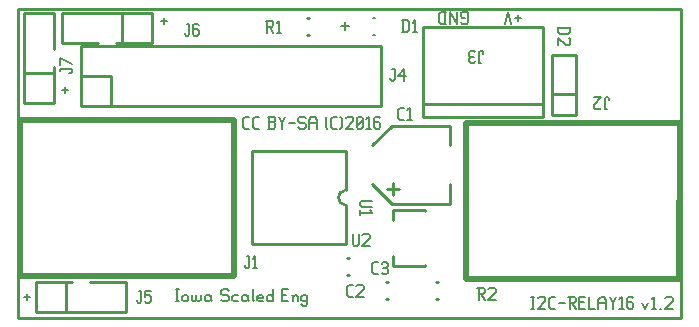
<source format=gbr>
G04 start of page 8 for group -4079 idx -4079 *
G04 Title: (unknown), topsilk *
G04 Creator: pcb 20140316 *
G04 CreationDate: Tue 10 May 2016 09:41:56 AM GMT UTC *
G04 For: ndholmes *
G04 Format: Gerber/RS-274X *
G04 PCB-Dimensions (mil): 2220.00 1040.00 *
G04 PCB-Coordinate-Origin: lower left *
%MOIN*%
%FSLAX25Y25*%
%LNTOPSILK*%
%ADD77C,0.0200*%
%ADD76C,0.0080*%
%ADD75C,0.0100*%
G54D75*X500Y500D02*X221500D01*
Y103500D02*Y500D01*
X500D02*Y103500D01*
X221500D02*X500D01*
G54D76*X166000Y100500D02*X168000D01*
X167000Y101500D02*Y99500D01*
X164800Y98500D02*X163800Y102500D01*
X162800Y98500D01*
X148500D02*X148000Y99000D01*
X148500Y98500D02*X150000D01*
X150500Y99000D02*X150000Y98500D01*
X150500Y102000D02*Y99000D01*
Y102000D02*X150000Y102500D01*
X148500D02*X150000D01*
X148500D02*X148000Y102000D01*
Y101000D01*
X148500Y100500D02*X148000Y101000D01*
X148500Y100500D02*X149500D01*
X146800Y102500D02*Y98500D01*
X144300Y102500D01*
Y98500D01*
X142600Y102500D02*Y98500D01*
X141300D02*X140600Y99200D01*
Y101800D02*Y99200D01*
X141300Y102500D02*X140600Y101800D01*
X141300Y102500D02*X143100D01*
X141300Y98500D02*X143100D01*
X171500Y7500D02*X172500D01*
X172000D02*Y3500D01*
X171500D02*X172500D01*
X173700Y7000D02*X174200Y7500D01*
X175700D01*
X176200Y7000D01*
Y6000D01*
X173700Y3500D02*X176200Y6000D01*
X173700Y3500D02*X176200D01*
X178100D02*X179400D01*
X177400Y4200D02*X178100Y3500D01*
X177400Y6800D02*Y4200D01*
Y6800D02*X178100Y7500D01*
X179400D01*
X180600Y5500D02*X182600D01*
X183800Y7500D02*X185800D01*
X186300Y7000D01*
Y6000D01*
X185800Y5500D02*X186300Y6000D01*
X184300Y5500D02*X185800D01*
X184300Y7500D02*Y3500D01*
X185100Y5500D02*X186300Y3500D01*
X187500Y5700D02*X189000D01*
X187500Y3500D02*X189500D01*
X187500Y7500D02*Y3500D01*
Y7500D02*X189500D01*
X190700D02*Y3500D01*
X192700D01*
X193900Y6500D02*Y3500D01*
Y6500D02*X194600Y7500D01*
X195700D01*
X196400Y6500D01*
Y3500D01*
X193900Y5500D02*X196400D01*
X197600Y7500D02*X198600Y5500D01*
X199600Y7500D01*
X198600Y5500D02*Y3500D01*
X200800Y6700D02*X201600Y7500D01*
Y3500D01*
X200800D02*X202300D01*
X205000Y7500D02*X205500Y7000D01*
X204000Y7500D02*X205000D01*
X203500Y7000D02*X204000Y7500D01*
X203500Y7000D02*Y4000D01*
X204000Y3500D01*
X205000Y5700D02*X205500Y5200D01*
X203500Y5700D02*X205000D01*
X204000Y3500D02*X205000D01*
X205500Y4000D01*
Y5200D02*Y4000D01*
X208500Y5500D02*X209500Y3500D01*
X210500Y5500D02*X209500Y3500D01*
X211700Y6700D02*X212500Y7500D01*
Y3500D01*
X211700D02*X213200D01*
X214400D02*X214900D01*
X216100Y7000D02*X216600Y7500D01*
X218100D01*
X218600Y7000D01*
Y6000D01*
X216100Y3500D02*X218600Y6000D01*
X216100Y3500D02*X218600D01*
X48000Y99500D02*X50000D01*
X49000Y100500D02*Y98500D01*
X15000Y76500D02*X17000D01*
X16000Y77500D02*Y75500D01*
X2500Y7500D02*X4500D01*
X3500Y8500D02*Y6500D01*
X53000Y10000D02*X54000D01*
X53500D02*Y6000D01*
X53000D02*X54000D01*
X55200Y7500D02*Y6500D01*
Y7500D02*X55700Y8000D01*
X56700D01*
X57200Y7500D01*
Y6500D01*
X56700Y6000D02*X57200Y6500D01*
X55700Y6000D02*X56700D01*
X55200Y6500D02*X55700Y6000D01*
X58400Y8000D02*Y6500D01*
X58900Y6000D01*
X59400D01*
X59900Y6500D01*
Y8000D02*Y6500D01*
X60400Y6000D01*
X60900D01*
X61400Y6500D01*
Y8000D02*Y6500D01*
X64100Y8000D02*X64600Y7500D01*
X63100Y8000D02*X64100D01*
X62600Y7500D02*X63100Y8000D01*
X62600Y7500D02*Y6500D01*
X63100Y6000D01*
X64600Y8000D02*Y6500D01*
X65100Y6000D01*
X63100D02*X64100D01*
X64600Y6500D01*
X70100Y10000D02*X70600Y9500D01*
X68600Y10000D02*X70100D01*
X68100Y9500D02*X68600Y10000D01*
X68100Y9500D02*Y8500D01*
X68600Y8000D01*
X70100D01*
X70600Y7500D01*
Y6500D01*
X70100Y6000D02*X70600Y6500D01*
X68600Y6000D02*X70100D01*
X68100Y6500D02*X68600Y6000D01*
X72300Y8000D02*X73800D01*
X71800Y7500D02*X72300Y8000D01*
X71800Y7500D02*Y6500D01*
X72300Y6000D01*
X73800D01*
X76500Y8000D02*X77000Y7500D01*
X75500Y8000D02*X76500D01*
X75000Y7500D02*X75500Y8000D01*
X75000Y7500D02*Y6500D01*
X75500Y6000D01*
X77000Y8000D02*Y6500D01*
X77500Y6000D01*
X75500D02*X76500D01*
X77000Y6500D01*
X78700Y10000D02*Y6500D01*
X79200Y6000D01*
X80700D02*X82200D01*
X80200Y6500D02*X80700Y6000D01*
X80200Y7500D02*Y6500D01*
Y7500D02*X80700Y8000D01*
X81700D01*
X82200Y7500D01*
X80200Y7000D02*X82200D01*
Y7500D02*Y7000D01*
X85400Y10000D02*Y6000D01*
X84900D02*X85400Y6500D01*
X83900Y6000D02*X84900D01*
X83400Y6500D02*X83900Y6000D01*
X83400Y7500D02*Y6500D01*
Y7500D02*X83900Y8000D01*
X84900D01*
X85400Y7500D01*
X88400Y8200D02*X89900D01*
X88400Y6000D02*X90400D01*
X88400Y10000D02*Y6000D01*
Y10000D02*X90400D01*
X92100Y7500D02*Y6000D01*
Y7500D02*X92600Y8000D01*
X93100D01*
X93600Y7500D01*
Y6000D01*
X91600Y8000D02*X92100Y7500D01*
X96300Y8000D02*X96800Y7500D01*
X95300Y8000D02*X96300D01*
X94800Y7500D02*X95300Y8000D01*
X94800Y7500D02*Y6500D01*
X95300Y6000D01*
X96300D01*
X96800Y6500D01*
X94800Y5000D02*X95300Y4500D01*
X96300D01*
X96800Y5000D01*
Y8000D02*Y5000D01*
X76200Y63500D02*X77500D01*
X75500Y64200D02*X76200Y63500D01*
X75500Y66800D02*Y64200D01*
Y66800D02*X76200Y67500D01*
X77500D01*
X79400Y63500D02*X80700D01*
X78700Y64200D02*X79400Y63500D01*
X78700Y66800D02*Y64200D01*
Y66800D02*X79400Y67500D01*
X80700D01*
X83700Y63500D02*X85700D01*
X86200Y64000D01*
Y65200D02*Y64000D01*
X85700Y65700D02*X86200Y65200D01*
X84200Y65700D02*X85700D01*
X84200Y67500D02*Y63500D01*
X83700Y67500D02*X85700D01*
X86200Y67000D01*
Y66200D01*
X85700Y65700D02*X86200Y66200D01*
X87400Y67500D02*X88400Y65500D01*
X89400Y67500D01*
X88400Y65500D02*Y63500D01*
X90600Y65500D02*X92600D01*
X95800Y67500D02*X96300Y67000D01*
X94300Y67500D02*X95800D01*
X93800Y67000D02*X94300Y67500D01*
X93800Y67000D02*Y66000D01*
X94300Y65500D01*
X95800D01*
X96300Y65000D01*
Y64000D01*
X95800Y63500D02*X96300Y64000D01*
X94300Y63500D02*X95800D01*
X93800Y64000D02*X94300Y63500D01*
X97500Y66500D02*Y63500D01*
Y66500D02*X98200Y67500D01*
X99300D01*
X100000Y66500D01*
Y63500D01*
X97500Y65500D02*X100000D01*
X103000Y64000D02*X103500Y63500D01*
X103000Y67000D02*X103500Y67500D01*
X103000Y67000D02*Y64000D01*
X105400Y63500D02*X106700D01*
X104700Y64200D02*X105400Y63500D01*
X104700Y66800D02*Y64200D01*
Y66800D02*X105400Y67500D01*
X106700D01*
X107900D02*X108400Y67000D01*
Y64000D01*
X107900Y63500D02*X108400Y64000D01*
X109600Y67000D02*X110100Y67500D01*
X111600D01*
X112100Y67000D01*
Y66000D01*
X109600Y63500D02*X112100Y66000D01*
X109600Y63500D02*X112100D01*
X113300Y64000D02*X113800Y63500D01*
X113300Y67000D02*Y64000D01*
Y67000D02*X113800Y67500D01*
X114800D01*
X115300Y67000D01*
Y64000D01*
X114800Y63500D02*X115300Y64000D01*
X113800Y63500D02*X114800D01*
X113300Y64500D02*X115300Y66500D01*
X116500Y66700D02*X117300Y67500D01*
Y63500D01*
X116500D02*X118000D01*
X120700Y67500D02*X121200Y67000D01*
X119700Y67500D02*X120700D01*
X119200Y67000D02*X119700Y67500D01*
X119200Y67000D02*Y64000D01*
X119700Y63500D01*
X120700Y65700D02*X121200Y65200D01*
X119200Y65700D02*X120700D01*
X119700Y63500D02*X120700D01*
X121200Y64000D01*
Y65200D02*Y64000D01*
X108000Y97680D02*X110880D01*
X109440Y99120D02*Y96240D01*
G54D77*X1000Y14500D02*X72300D01*
X1000Y66500D02*X72300D01*
Y14500D01*
X1000Y66500D02*X980Y14500D01*
G54D75*X15000Y102000D02*X45000D01*
X15000D02*Y92000D01*
X45000Y102000D02*Y92000D01*
X35000Y102000D02*Y92000D01*
X33000D02*X45000D01*
X15000D02*X27000D01*
X2500Y102000D02*Y72000D01*
Y102000D02*X12500D01*
X2500Y72000D02*X12500D01*
X2500Y82000D02*X12500D01*
Y84000D02*Y72000D01*
Y102000D02*Y90000D01*
X6500Y2500D02*X36500D01*
Y12500D02*Y2500D01*
X6500Y12500D02*Y2500D01*
X16500Y12500D02*Y2500D01*
X6500Y12500D02*X18500D01*
X24500D02*X36500D01*
X21500Y71000D02*X121500D01*
Y91000D02*Y71000D01*
X21500Y91000D02*X121500D01*
X21500D02*Y71000D01*
X31500Y81000D02*Y71000D01*
X21500Y81000D02*X31500D01*
X135500Y97300D02*X175500D01*
X135500Y67300D02*X175500D01*
X135500Y71700D02*X175500D01*
Y97300D02*Y67300D01*
X135500Y97300D02*Y67300D01*
X144492Y38508D02*Y45004D01*
Y64492D02*Y57996D01*
X125004Y64492D02*X144492D01*
X125004Y38508D02*X144492D01*
X125004Y64492D02*X118508Y57996D01*
X125004Y38508D02*X118508Y45004D01*
X125500Y45500D02*Y41500D01*
X127500Y43500D02*X123500D01*
X125355Y17750D02*X135985D01*
X125355Y36250D02*X135985D01*
X125355Y21000D02*Y17750D01*
Y36250D02*Y33000D01*
X135985Y17929D02*Y17750D01*
Y36250D02*Y36071D01*
X78276Y56066D02*X109724D01*
X78276D02*Y24934D01*
X109724D01*
Y56066D02*Y43000D01*
Y38000D02*Y24934D01*
Y43000D02*G75*G03X109724Y38000I0J-2500D01*G01*
G54D77*X149625Y65500D02*X220925D01*
X149625Y13500D02*X220925D01*
X149625Y65500D02*Y13500D01*
X220925D02*X220945Y65500D01*
G54D75*X186500Y87900D02*Y68200D01*
X178500Y87900D02*Y68200D01*
X186500D01*
X178500Y87900D02*X186500D01*
X178500Y75000D02*X186500D01*
X96607Y100255D02*X97393D01*
X96607Y94745D02*X97393D01*
G54D76*X118607D02*X119393D01*
X118607Y100255D02*X119393D01*
G54D75*X110107Y20255D02*X110893D01*
X110107Y14745D02*X110893D01*
X123107Y6745D02*X123893D01*
X123107Y12255D02*X123893D01*
X139607Y6745D02*X140393D01*
X139607Y12255D02*X140393D01*
G54D76*X125200Y83500D02*X126000D01*
Y80000D01*
X125500Y79500D02*X126000Y80000D01*
X125000Y79500D02*X125500D01*
X124500Y80000D02*X125000Y79500D01*
X124500Y80500D02*Y80000D01*
X127200Y81000D02*X129200Y83500D01*
X127200Y81000D02*X129700D01*
X129200Y83500D02*Y79500D01*
X127700Y66500D02*X129000D01*
X127000Y67200D02*X127700Y66500D01*
X127000Y69800D02*Y67200D01*
Y69800D02*X127700Y70500D01*
X129000D01*
X130200Y69700D02*X131000Y70500D01*
Y66500D01*
X130200D02*X131700D01*
X112000Y28500D02*Y25000D01*
X112500Y24500D01*
X113500D01*
X114000Y25000D01*
Y28500D02*Y25000D01*
X115200Y28000D02*X115700Y28500D01*
X117200D01*
X117700Y28000D01*
Y27000D01*
X115200Y24500D02*X117700Y27000D01*
X115200Y24500D02*X117700D01*
X115000Y39500D02*X118500D01*
X115000D02*X114500Y39000D01*
Y38000D01*
X115000Y37500D01*
X118500D01*
X117700Y36300D02*X118500Y35500D01*
X114500D02*X118500D01*
X114500Y36300D02*Y34800D01*
X128850Y99650D02*Y95650D01*
X130150Y99650D02*X130850Y98950D01*
Y96350D01*
X130150Y95650D02*X130850Y96350D01*
X128350Y95650D02*X130150D01*
X128350Y99650D02*X130150D01*
X132050Y98850D02*X132850Y99650D01*
Y95650D01*
X132050D02*X133550D01*
X196000Y70000D02*X196800D01*
X196000Y73500D02*Y70000D01*
X196500Y74000D02*X196000Y73500D01*
X196500Y74000D02*X197000D01*
X197500Y73500D02*X197000Y74000D01*
X197500Y73500D02*Y73000D01*
X194800Y70500D02*X194300Y70000D01*
X192800D02*X194300D01*
X192800D02*X192300Y70500D01*
Y71500D02*Y70500D01*
X194800Y74000D02*X192300Y71500D01*
Y74000D02*X194800D01*
X180500Y97000D02*X184500D01*
Y95700D02*X183800Y95000D01*
X181200D02*X183800D01*
X180500Y95700D02*X181200Y95000D01*
X180500Y97500D02*Y95700D01*
X184500Y97500D02*Y95700D01*
X184000Y93800D02*X184500Y93300D01*
Y91800D01*
X184000Y91300D01*
X183000D02*X184000D01*
X180500Y93800D02*X183000Y91300D01*
X180500Y93800D02*Y91300D01*
X154000Y85500D02*X154800D01*
X154000Y89000D02*Y85500D01*
X154500Y89500D02*X154000Y89000D01*
X154500Y89500D02*X155000D01*
X155500Y89000D02*X155000Y89500D01*
X155500Y89000D02*Y88500D01*
X152800Y86000D02*X152300Y85500D01*
X151300D02*X152300D01*
X151300D02*X150800Y86000D01*
X151300Y89500D02*X150800Y89000D01*
X151300Y89500D02*X152300D01*
X152800Y89000D02*X152300Y89500D01*
X151300Y87300D02*X152300D01*
X150800Y86800D02*Y86000D01*
Y89000D02*Y87800D01*
X151300Y87300D01*
X150800Y86800D02*X151300Y87300D01*
X83000Y99500D02*X85000D01*
X85500Y99000D01*
Y98000D01*
X85000Y97500D02*X85500Y98000D01*
X83500Y97500D02*X85000D01*
X83500Y99500D02*Y95500D01*
X84300Y97500D02*X85500Y95500D01*
X86700Y98700D02*X87500Y99500D01*
Y95500D01*
X86700D02*X88200D01*
X56700Y98500D02*X57500D01*
Y95000D01*
X57000Y94500D02*X57500Y95000D01*
X56500Y94500D02*X57000D01*
X56000Y95000D02*X56500Y94500D01*
X56000Y95500D02*Y95000D01*
X60200Y98500D02*X60700Y98000D01*
X59200Y98500D02*X60200D01*
X58700Y98000D02*X59200Y98500D01*
X58700Y98000D02*Y95000D01*
X59200Y94500D01*
X60200Y96700D02*X60700Y96200D01*
X58700Y96700D02*X60200D01*
X59200Y94500D02*X60200D01*
X60700Y95000D01*
Y96200D02*Y95000D01*
X14500Y83500D02*Y82700D01*
Y83500D02*X18000D01*
X18500Y83000D02*X18000Y83500D01*
X18500Y83000D02*Y82500D01*
X18000Y82000D02*X18500Y82500D01*
X17500Y82000D02*X18000D01*
X18500Y85200D02*X14500Y87200D01*
Y84700D01*
X119200Y15000D02*X120500D01*
X118500Y15700D02*X119200Y15000D01*
X118500Y18300D02*Y15700D01*
Y18300D02*X119200Y19000D01*
X120500D01*
X121700Y18500D02*X122200Y19000D01*
X123200D01*
X123700Y18500D01*
X123200Y15000D02*X123700Y15500D01*
X122200Y15000D02*X123200D01*
X121700Y15500D02*X122200Y15000D01*
Y17200D02*X123200D01*
X123700Y18500D02*Y17700D01*
Y16700D02*Y15500D01*
Y16700D02*X123200Y17200D01*
X123700Y17700D02*X123200Y17200D01*
X76700Y21000D02*X77500D01*
Y17500D01*
X77000Y17000D02*X77500Y17500D01*
X76500Y17000D02*X77000D01*
X76000Y17500D02*X76500Y17000D01*
X76000Y18000D02*Y17500D01*
X78700Y20200D02*X79500Y21000D01*
Y17000D01*
X78700D02*X80200D01*
X110700Y7500D02*X112000D01*
X110000Y8200D02*X110700Y7500D01*
X110000Y10800D02*Y8200D01*
Y10800D02*X110700Y11500D01*
X112000D01*
X113200Y11000D02*X113700Y11500D01*
X115200D01*
X115700Y11000D01*
Y10000D01*
X113200Y7500D02*X115700Y10000D01*
X113200Y7500D02*X115700D01*
X40700Y9500D02*X41500D01*
Y6000D01*
X41000Y5500D02*X41500Y6000D01*
X40500Y5500D02*X41000D01*
X40000Y6000D02*X40500Y5500D01*
X40000Y6500D02*Y6000D01*
X42700Y9500D02*X44700D01*
X42700D02*Y7500D01*
X43200Y8000D01*
X44200D01*
X44700Y7500D01*
Y6000D01*
X44200Y5500D02*X44700Y6000D01*
X43200Y5500D02*X44200D01*
X42700Y6000D02*X43200Y5500D01*
X153500Y10500D02*X155500D01*
X156000Y10000D01*
Y9000D01*
X155500Y8500D02*X156000Y9000D01*
X154000Y8500D02*X155500D01*
X154000Y10500D02*Y6500D01*
X154800Y8500D02*X156000Y6500D01*
X157200Y10000D02*X157700Y10500D01*
X159200D01*
X159700Y10000D01*
Y9000D01*
X157200Y6500D02*X159700Y9000D01*
X157200Y6500D02*X159700D01*
M02*

</source>
